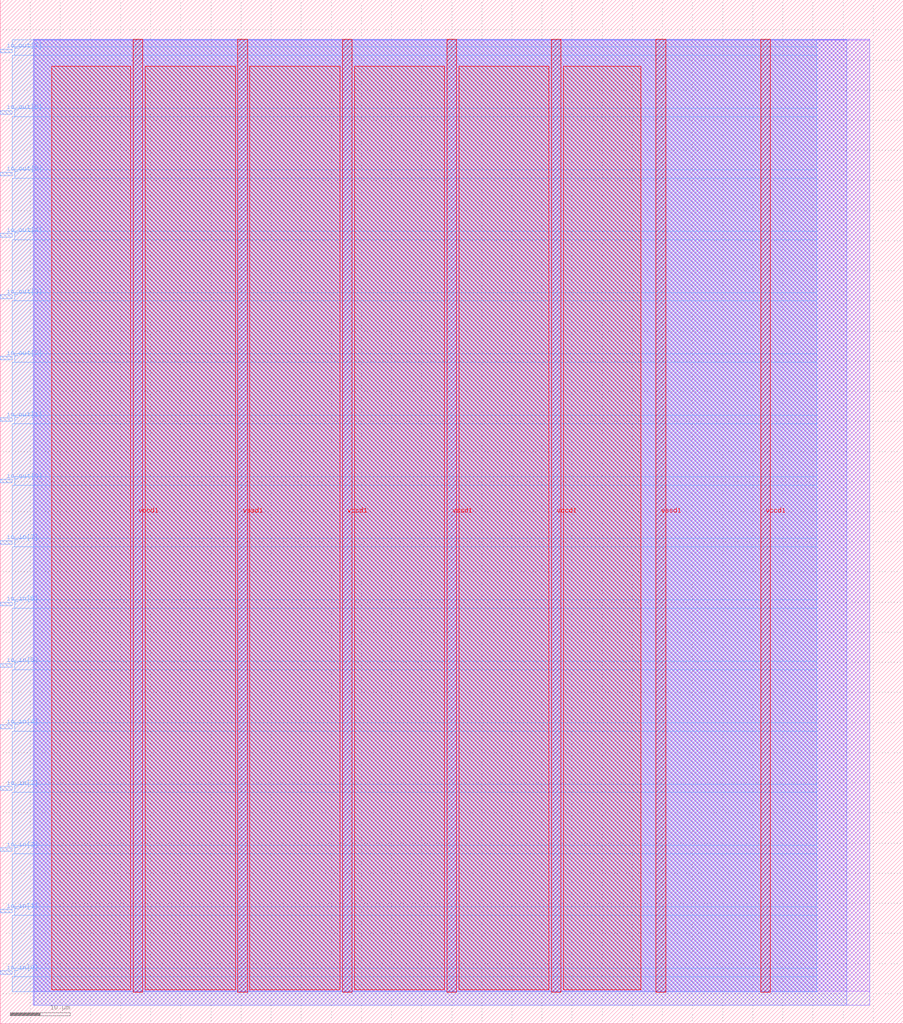
<source format=lef>
VERSION 5.7 ;
  NOWIREEXTENSIONATPIN ON ;
  DIVIDERCHAR "/" ;
  BUSBITCHARS "[]" ;
MACRO adamgreig_tt02_adc_dac
  CLASS BLOCK ;
  FOREIGN adamgreig_tt02_adc_dac ;
  ORIGIN 0.000 0.000 ;
  SIZE 150.000 BY 170.000 ;
  PIN io_in[0]
    DIRECTION INPUT ;
    USE SIGNAL ;
    PORT
      LAYER met3 ;
        RECT 0.000 8.200 2.000 8.800 ;
    END
  END io_in[0]
  PIN io_in[1]
    DIRECTION INPUT ;
    USE SIGNAL ;
    PORT
      LAYER met3 ;
        RECT 0.000 18.400 2.000 19.000 ;
    END
  END io_in[1]
  PIN io_in[2]
    DIRECTION INPUT ;
    USE SIGNAL ;
    PORT
      LAYER met3 ;
        RECT 0.000 28.600 2.000 29.200 ;
    END
  END io_in[2]
  PIN io_in[3]
    DIRECTION INPUT ;
    USE SIGNAL ;
    PORT
      LAYER met3 ;
        RECT 0.000 38.800 2.000 39.400 ;
    END
  END io_in[3]
  PIN io_in[4]
    DIRECTION INPUT ;
    USE SIGNAL ;
    PORT
      LAYER met3 ;
        RECT 0.000 49.000 2.000 49.600 ;
    END
  END io_in[4]
  PIN io_in[5]
    DIRECTION INPUT ;
    USE SIGNAL ;
    PORT
      LAYER met3 ;
        RECT 0.000 59.200 2.000 59.800 ;
    END
  END io_in[5]
  PIN io_in[6]
    DIRECTION INPUT ;
    USE SIGNAL ;
    PORT
      LAYER met3 ;
        RECT 0.000 69.400 2.000 70.000 ;
    END
  END io_in[6]
  PIN io_in[7]
    DIRECTION INPUT ;
    USE SIGNAL ;
    PORT
      LAYER met3 ;
        RECT 0.000 79.600 2.000 80.200 ;
    END
  END io_in[7]
  PIN io_out[0]
    DIRECTION OUTPUT TRISTATE ;
    USE SIGNAL ;
    PORT
      LAYER met3 ;
        RECT 0.000 89.800 2.000 90.400 ;
    END
  END io_out[0]
  PIN io_out[1]
    DIRECTION OUTPUT TRISTATE ;
    USE SIGNAL ;
    PORT
      LAYER met3 ;
        RECT 0.000 100.000 2.000 100.600 ;
    END
  END io_out[1]
  PIN io_out[2]
    DIRECTION OUTPUT TRISTATE ;
    USE SIGNAL ;
    PORT
      LAYER met3 ;
        RECT 0.000 110.200 2.000 110.800 ;
    END
  END io_out[2]
  PIN io_out[3]
    DIRECTION OUTPUT TRISTATE ;
    USE SIGNAL ;
    PORT
      LAYER met3 ;
        RECT 0.000 120.400 2.000 121.000 ;
    END
  END io_out[3]
  PIN io_out[4]
    DIRECTION OUTPUT TRISTATE ;
    USE SIGNAL ;
    PORT
      LAYER met3 ;
        RECT 0.000 130.600 2.000 131.200 ;
    END
  END io_out[4]
  PIN io_out[5]
    DIRECTION OUTPUT TRISTATE ;
    USE SIGNAL ;
    PORT
      LAYER met3 ;
        RECT 0.000 140.800 2.000 141.400 ;
    END
  END io_out[5]
  PIN io_out[6]
    DIRECTION OUTPUT TRISTATE ;
    USE SIGNAL ;
    PORT
      LAYER met3 ;
        RECT 0.000 151.000 2.000 151.600 ;
    END
  END io_out[6]
  PIN io_out[7]
    DIRECTION OUTPUT TRISTATE ;
    USE SIGNAL ;
    PORT
      LAYER met3 ;
        RECT 0.000 161.200 2.000 161.800 ;
    END
  END io_out[7]
  PIN vccd1
    DIRECTION INOUT ;
    USE POWER ;
    PORT
      LAYER met4 ;
        RECT 22.090 5.200 23.690 163.440 ;
    END
    PORT
      LAYER met4 ;
        RECT 56.830 5.200 58.430 163.440 ;
    END
    PORT
      LAYER met4 ;
        RECT 91.570 5.200 93.170 163.440 ;
    END
    PORT
      LAYER met4 ;
        RECT 126.310 5.200 127.910 163.440 ;
    END
  END vccd1
  PIN vssd1
    DIRECTION INOUT ;
    USE GROUND ;
    PORT
      LAYER met4 ;
        RECT 39.460 5.200 41.060 163.440 ;
    END
    PORT
      LAYER met4 ;
        RECT 74.200 5.200 75.800 163.440 ;
    END
    PORT
      LAYER met4 ;
        RECT 108.940 5.200 110.540 163.440 ;
    END
  END vssd1
  OBS
      LAYER li1 ;
        RECT 5.520 5.355 144.440 163.285 ;
      LAYER met1 ;
        RECT 5.520 3.100 144.440 163.440 ;
      LAYER met2 ;
        RECT 5.610 3.070 140.660 163.385 ;
      LAYER met3 ;
        RECT 2.000 162.200 135.635 163.365 ;
        RECT 2.400 160.800 135.635 162.200 ;
        RECT 2.000 152.000 135.635 160.800 ;
        RECT 2.400 150.600 135.635 152.000 ;
        RECT 2.000 141.800 135.635 150.600 ;
        RECT 2.400 140.400 135.635 141.800 ;
        RECT 2.000 131.600 135.635 140.400 ;
        RECT 2.400 130.200 135.635 131.600 ;
        RECT 2.000 121.400 135.635 130.200 ;
        RECT 2.400 120.000 135.635 121.400 ;
        RECT 2.000 111.200 135.635 120.000 ;
        RECT 2.400 109.800 135.635 111.200 ;
        RECT 2.000 101.000 135.635 109.800 ;
        RECT 2.400 99.600 135.635 101.000 ;
        RECT 2.000 90.800 135.635 99.600 ;
        RECT 2.400 89.400 135.635 90.800 ;
        RECT 2.000 80.600 135.635 89.400 ;
        RECT 2.400 79.200 135.635 80.600 ;
        RECT 2.000 70.400 135.635 79.200 ;
        RECT 2.400 69.000 135.635 70.400 ;
        RECT 2.000 60.200 135.635 69.000 ;
        RECT 2.400 58.800 135.635 60.200 ;
        RECT 2.000 50.000 135.635 58.800 ;
        RECT 2.400 48.600 135.635 50.000 ;
        RECT 2.000 39.800 135.635 48.600 ;
        RECT 2.400 38.400 135.635 39.800 ;
        RECT 2.000 29.600 135.635 38.400 ;
        RECT 2.400 28.200 135.635 29.600 ;
        RECT 2.000 19.400 135.635 28.200 ;
        RECT 2.400 18.000 135.635 19.400 ;
        RECT 2.000 9.200 135.635 18.000 ;
        RECT 2.400 7.800 135.635 9.200 ;
        RECT 2.000 5.275 135.635 7.800 ;
      LAYER met4 ;
        RECT 8.575 5.615 21.690 158.945 ;
        RECT 24.090 5.615 39.060 158.945 ;
        RECT 41.460 5.615 56.430 158.945 ;
        RECT 58.830 5.615 73.800 158.945 ;
        RECT 76.200 5.615 91.170 158.945 ;
        RECT 93.570 5.615 106.425 158.945 ;
  END
END adamgreig_tt02_adc_dac
END LIBRARY


</source>
